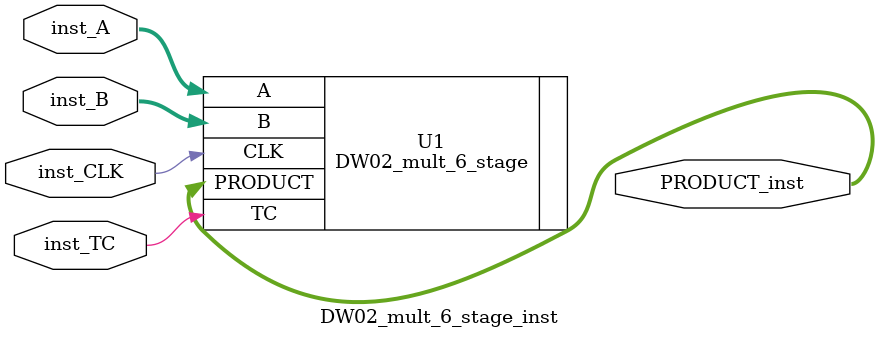
<source format=v>
module DW02_mult_6_stage_inst( inst_A, inst_B, inst_TC, 
                               inst_CLK, PRODUCT_inst );

  parameter A_width = 8;
  parameter B_width = 8;

  input [A_width-1 : 0] inst_A;
  input [B_width-1 : 0] inst_B;
  input inst_TC;
  input inst_CLK;
  output [A_width+B_width-1 : 0] PRODUCT_inst;

  // Instance of DW02_mult_6_stage
  DW02_mult_6_stage #(A_width, B_width)
    U1 ( .A(inst_A),   .B(inst_B),   .TC(inst_TC), 
         .CLK(inst_CLK),   .PRODUCT(PRODUCT_inst) );

endmodule


</source>
